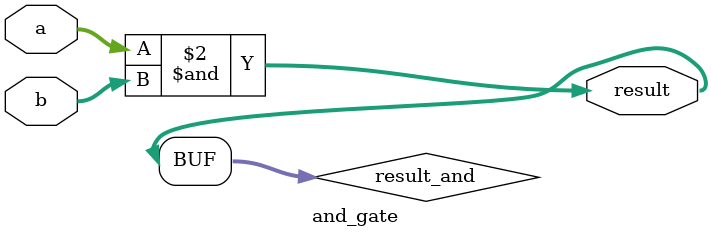
<source format=sv>
module and_gate #(parameter N=3)
					  (input  logic [N-1:0] a, b,
					   output logic [N-1:0] result);

logic [N-1:0] result_and;

always_comb begin
	result_and <= a & b;
end

assign result = result_and;

endmodule
</source>
